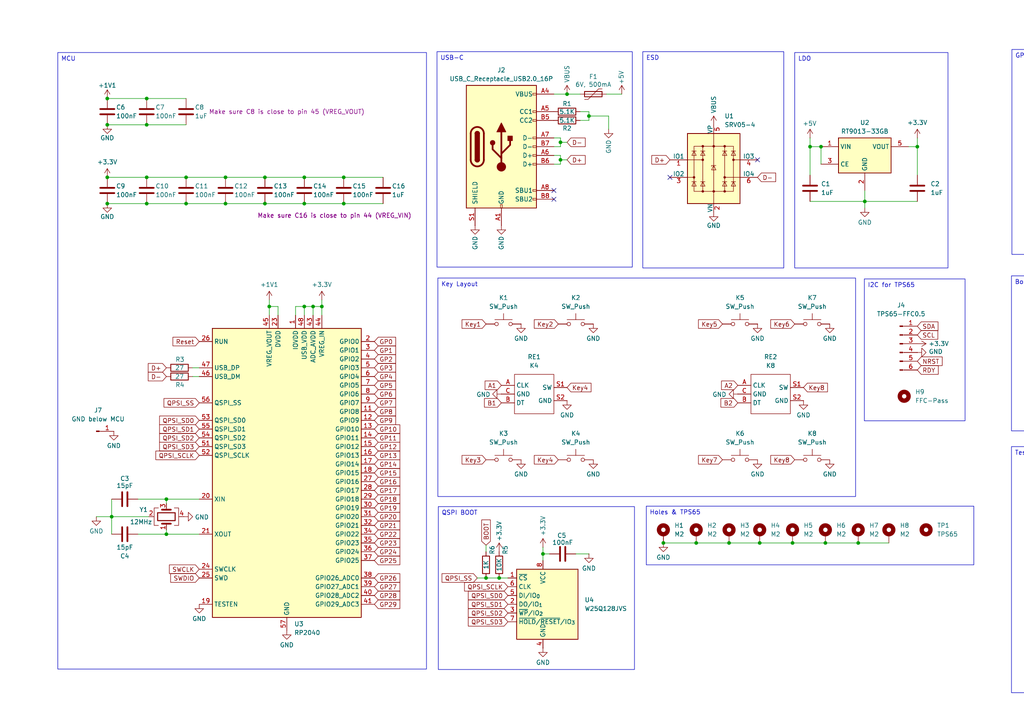
<source format=kicad_sch>
(kicad_sch (version 20250114) (generator "eeschema") (generator_version "9.0")
  (paper "A4")
  (text_box "QSPI BOOT" (at 127.127 146.939 0) (size 56.896 47.244) (margins 0.9525 0.9525 0.9525 0.9525) (effects (font (size 1.27 1.27)) (justify left top)))
  (text_box "I2C for TPS65" (at 250.698 80.899 0) (size 29.21 41.148) (margins 0.9525 0.9525 0.9525 0.9525) (effects (font (size 1.27 1.27)) (justify left top)))
  (text_box "Boot & Reset" (at 293.37 80.01 0) (size 59.436 44.958) (margins 0.9525 0.9525 0.9525 0.9525) (effects (font (size 1.27 1.27)) (justify left top)))
  (text_box "Test point" (at 293.37 129.54 0) (size 111.252 71.374) (margins 0.9525 0.9525 0.9525 0.9525) (effects (font (size 1.27 1.27)) (justify left top)))
  (text_box "Holes & TPS65" (at 187.452 146.812 0) (size 94.996 17.018) (margins 0.9525 0.9525 0.9525 0.9525) (effects (font (size 1.27 1.27)) (justify left top)))
  (text_box "Key Layout" (at 127 80.645 0) (size 121.158 63.373) (margins 0.9525 0.9525 0.9525 0.9525) (effects (font (size 1.27 1.27)) (justify left top)))
  (text_box "GPIO uesd" (at 293.497 14.351 0) (size 45.212 59.436) (margins 0.9525 0.9525 0.9525 0.9525) (effects (font (size 1.27 1.27)) (justify left top)))
  (text_box "ESD" (at 186.436 14.986 0) (size 40.894 62.738) (margins 0.9525 0.9525 0.9525 0.9525) (effects (font (size 1.27 1.27)) (justify left top)))
  (text_box "USB-C" (at 126.746 14.986 0) (size 56.642 62.484) (margins 0.9525 0.9525 0.9525 0.9525) (effects (font (size 1.27 1.27)) (justify left top)))
  (text_box "MCU" (at 16.764 15.24 0) (size 106.934 178.816) (margins 0.9525 0.9525 0.9525 0.9525) (effects (font (size 1.27 1.27)) (justify left top)))
  (text_box "LDO" (at 230.505 15.24 0) (size 44.45 62.484) (margins 0.9525 0.9525 0.9525 0.9525) (effects (font (size 1.27 1.27)) (justify left top)))
  (junction (at 140.97 167.64))
  (junction (at 31.115 36.195))
  (junction (at 65.405 59.055))
  (junction (at 201.93 157.48))
  (junction (at 53.975 59.055))
  (junction (at 48.26 154.94))
  (junction (at 31.115 51.435))
  (junction (at 211.455 157.48))
  (junction (at 88.265 88.9))
  (junction (at 248.92 157.48))
  (junction (at 90.805 88.9))
  (junction (at 42.545 59.055))
  (junction (at 239.395 157.48))
  (junction (at 78.105 88.9))
  (junction (at 192.405 157.48))
  (junction (at 42.545 28.575))
  (junction (at 99.695 59.055))
  (junction (at 250.825 58.42))
  (junction (at 162.56 46.355))
  (junction (at 88.265 51.435))
  (junction (at 170.815 33.655))
  (junction (at 266.065 42.545))
  (junction (at 320.675 97.79))
  (junction (at 31.115 59.055))
  (junction (at 229.87 157.48))
  (junction (at 220.345 157.48))
  (junction (at 234.95 42.545))
  (junction (at 65.405 51.435))
  (junction (at 162.56 41.275))
  (junction (at 381.635 154.305))
  (junction (at 76.835 59.055))
  (junction (at 31.115 28.575))
  (junction (at 48.26 144.78))
  (junction (at 99.695 51.435))
  (junction (at 32.385 149.86))
  (junction (at 53.975 51.435))
  (junction (at 238.125 42.545))
  (junction (at 157.48 160.655))
  (junction (at 164.465 27.305))
  (junction (at 42.545 51.435))
  (junction (at 76.835 51.435))
  (junction (at 42.545 36.195))
  (junction (at 320.675 113.665))
  (junction (at 144.78 167.64))
  (junction (at 93.345 88.9))
  (junction (at 88.265 59.055))
  (no_connect (at 219.71 46.355))
  (no_connect (at 194.31 51.435))
  (no_connect (at 160.655 55.245))
  (no_connect (at 160.655 57.785))
  (wire (pts (xy 162.56 40.005) (xy 162.56 41.275)))
  (wire (pts (xy 318.77 97.79) (xy 320.675 97.79)))
  (wire (pts (xy 76.835 51.435) (xy 88.265 51.435)))
  (wire (pts (xy 378.46 142.24) (xy 381.635 142.24)))
  (wire (pts (xy 220.345 157.48) (xy 211.455 157.48)))
  (wire (pts (xy 76.835 59.055) (xy 88.265 59.055)))
  (wire (pts (xy 27.94 149.86) (xy 32.385 149.86)))
  (wire (pts (xy 239.395 157.48) (xy 229.87 157.48)))
  (wire (pts (xy 320.675 107.95) (xy 320.675 113.665)))
  (wire (pts (xy 53.975 59.055) (xy 65.405 59.055)))
  (wire (pts (xy 31.115 59.055) (xy 42.545 59.055)))
  (wire (pts (xy 176.53 33.655) (xy 170.815 33.655)))
  (wire (pts (xy 162.56 42.545) (xy 160.655 42.545)))
  (wire (pts (xy 88.265 51.435) (xy 99.695 51.435)))
  (wire (pts (xy 266.065 42.545) (xy 266.065 40.005)))
  (wire (pts (xy 170.815 33.655) (xy 170.815 34.925)))
  (wire (pts (xy 78.105 86.995) (xy 78.105 88.9)))
  (wire (pts (xy 167.005 160.655) (xy 170.815 160.655)))
  (wire (pts (xy 80.645 88.9) (xy 78.105 88.9)))
  (wire (pts (xy 381.635 142.24) (xy 381.635 154.305)))
  (wire (pts (xy 250.825 58.42) (xy 266.065 58.42)))
  (wire (pts (xy 138.43 167.64) (xy 140.97 167.64)))
  (wire (pts (xy 48.26 154.94) (xy 57.785 154.94)))
  (wire (pts (xy 31.115 36.195) (xy 42.545 36.195)))
  (wire (pts (xy 162.56 47.625) (xy 160.655 47.625)))
  (wire (pts (xy 48.26 144.78) (xy 57.785 144.78)))
  (wire (pts (xy 42.545 28.575) (xy 53.975 28.575)))
  (wire (pts (xy 162.56 41.275) (xy 162.56 42.545)))
  (wire (pts (xy 31.115 51.435) (xy 42.545 51.435)))
  (wire (pts (xy 320.675 97.79) (xy 320.675 102.87)))
  (wire (pts (xy 160.655 40.005) (xy 162.56 40.005)))
  (wire (pts (xy 90.805 88.9) (xy 88.265 88.9)))
  (wire (pts (xy 157.48 160.655) (xy 159.385 160.655)))
  (wire (pts (xy 160.655 27.305) (xy 164.465 27.305)))
  (wire (pts (xy 162.56 41.275) (xy 164.465 41.275)))
  (wire (pts (xy 53.975 51.435) (xy 65.405 51.435)))
  (wire (pts (xy 164.465 27.305) (xy 168.275 27.305)))
  (wire (pts (xy 31.115 28.575) (xy 42.545 28.575)))
  (wire (pts (xy 266.065 42.545) (xy 266.065 50.8)))
  (wire (pts (xy 318.77 113.665) (xy 320.675 113.665)))
  (wire (pts (xy 32.385 149.86) (xy 32.385 154.94)))
  (wire (pts (xy 250.825 58.42) (xy 250.825 60.325)))
  (wire (pts (xy 88.265 88.9) (xy 85.725 88.9)))
  (wire (pts (xy 239.395 157.48) (xy 248.92 157.48)))
  (wire (pts (xy 65.405 51.435) (xy 76.835 51.435)))
  (wire (pts (xy 78.105 88.9) (xy 78.105 91.44)))
  (wire (pts (xy 176.53 37.465) (xy 176.53 33.655)))
  (wire (pts (xy 42.545 59.055) (xy 53.975 59.055)))
  (wire (pts (xy 314.96 102.87) (xy 320.675 102.87)))
  (wire (pts (xy 157.48 160.655) (xy 157.48 162.56)))
  (wire (pts (xy 157.48 158.75) (xy 157.48 160.655)))
  (wire (pts (xy 88.265 59.055) (xy 99.695 59.055)))
  (wire (pts (xy 80.645 88.9) (xy 80.645 91.44)))
  (wire (pts (xy 140.97 158.115) (xy 140.97 160.02)))
  (wire (pts (xy 93.345 88.9) (xy 93.345 91.44)))
  (wire (pts (xy 302.26 37.465) (xy 317.5 37.465)))
  (wire (pts (xy 234.95 42.545) (xy 238.125 42.545)))
  (wire (pts (xy 40.005 144.78) (xy 48.26 144.78)))
  (wire (pts (xy 99.695 51.435) (xy 111.125 51.435)))
  (wire (pts (xy 99.695 59.055) (xy 111.125 59.055)))
  (wire (pts (xy 144.78 167.64) (xy 147.32 167.64)))
  (wire (pts (xy 93.345 86.995) (xy 93.345 88.9)))
  (wire (pts (xy 378.46 154.305) (xy 381.635 154.305)))
  (wire (pts (xy 55.88 109.22) (xy 57.785 109.22)))
  (wire (pts (xy 32.385 149.86) (xy 43.18 149.86)))
  (wire (pts (xy 40.005 154.94) (xy 48.26 154.94)))
  (wire (pts (xy 234.95 40.005) (xy 234.95 42.545)))
  (wire (pts (xy 88.265 88.9) (xy 88.265 91.44)))
  (wire (pts (xy 384.175 154.305) (xy 381.635 154.305)))
  (wire (pts (xy 234.95 42.545) (xy 234.95 50.8)))
  (wire (pts (xy 220.345 157.48) (xy 229.87 157.48)))
  (wire (pts (xy 85.725 88.9) (xy 85.725 91.44)))
  (wire (pts (xy 238.125 42.545) (xy 238.125 47.625)))
  (wire (pts (xy 65.405 59.055) (xy 76.835 59.055)))
  (wire (pts (xy 302.26 34.925) (xy 317.5 34.925)))
  (wire (pts (xy 93.345 88.9) (xy 90.805 88.9)))
  (wire (pts (xy 234.95 58.42) (xy 250.825 58.42)))
  (wire (pts (xy 42.545 36.195) (xy 53.975 36.195)))
  (wire (pts (xy 170.815 34.925) (xy 168.275 34.925)))
  (wire (pts (xy 90.805 88.9) (xy 90.805 91.44)))
  (wire (pts (xy 48.26 153.67) (xy 48.26 154.94)))
  (wire (pts (xy 42.545 51.435) (xy 53.975 51.435)))
  (wire (pts (xy 248.92 157.48) (xy 257.81 157.48)))
  (wire (pts (xy 55.88 106.68) (xy 57.785 106.68)))
  (wire (pts (xy 168.275 32.385) (xy 170.815 32.385)))
  (wire (pts (xy 162.56 46.355) (xy 164.465 46.355)))
  (wire (pts (xy 162.56 46.355) (xy 162.56 47.625)))
  (wire (pts (xy 175.895 27.305) (xy 180.34 27.305)))
  (wire (pts (xy 381.635 165.1) (xy 381.635 154.305)))
  (wire (pts (xy 160.655 45.085) (xy 162.56 45.085)))
  (wire (pts (xy 170.815 32.385) (xy 170.815 33.655)))
  (wire (pts (xy 263.525 42.545) (xy 266.065 42.545)))
  (wire (pts (xy 48.26 144.78) (xy 48.26 146.05)))
  (wire (pts (xy 140.97 167.64) (xy 144.78 167.64)))
  (wire (pts (xy 314.96 107.95) (xy 320.675 107.95)))
  (wire (pts (xy 201.93 157.48) (xy 211.455 157.48)))
  (wire (pts (xy 32.385 144.78) (xy 32.385 149.86)))
  (wire (pts (xy 192.405 157.48) (xy 201.93 157.48)))
  (wire (pts (xy 378.46 165.1) (xy 381.635 165.1)))
  (wire (pts (xy 162.56 45.085) (xy 162.56 46.355)))
  (wire (pts (xy 250.825 55.245) (xy 250.825 58.42)))
  (global_label "Key5" (shape input) (at 209.55 93.98 180) (property "Intersheetrefs" "${INTERSHEET_REFS}" (effects (hide yes))))
  (global_label "GP22" (shape input) (at 334.01 153.035 0) (property "Intersheetrefs" "${INTERSHEET_REFS}" (effects (hide yes))))
  (global_label "GP14" (shape input) (at 108.585 134.62 0) (property "Intersheetrefs" "${INTERSHEET_REFS}" (effects (hide yes))))
  (global_label "GP22" (shape input) (at 108.585 154.94 0) (property "Intersheetrefs" "${INTERSHEET_REFS}" (effects (hide yes))))
  (global_label "GP29" (shape input) (at 334.01 170.815 0) (property "Intersheetrefs" "${INTERSHEET_REFS}" (effects (hide yes))))
  (global_label "GP10" (shape input) (at 108.585 124.46 0) (property "Intersheetrefs" "${INTERSHEET_REFS}" (effects (hide yes))))
  (global_label "Key4" (shape input) (at 161.925 133.35 180) (property "Intersheetrefs" "${INTERSHEET_REFS}" (effects (hide yes))))
  (global_label "GP17" (shape input) (at 108.585 142.24 0) (property "Intersheetrefs" "${INTERSHEET_REFS}" (effects (hide yes))))
  (global_label "GP29" (shape input) (at 317.5 67.945 180) (property "Intersheetrefs" "${INTERSHEET_REFS}" (effects (hide yes))))
  (global_label "GP8" (shape input) (at 317.5 52.705 180) (property "Intersheetrefs" "${INTERSHEET_REFS}" (effects (hide yes))))
  (global_label "GP17" (shape input) (at 310.515 195.58 0) (property "Intersheetrefs" "${INTERSHEET_REFS}" (effects (hide yes))))
  (global_label "GP3" (shape input) (at 108.585 106.68 0) (property "Intersheetrefs" "${INTERSHEET_REFS}" (effects (hide yes))))
  (global_label "SWCLK" (shape input) (at 334.01 195.58 0) (property "Intersheetrefs" "${INTERSHEET_REFS}" (effects (hide yes))))
  (global_label "GP28" (shape input) (at 334.01 168.275 0) (property "Intersheetrefs" "${INTERSHEET_REFS}" (effects (hide yes))))
  (global_label "RDY" (shape input) (at 317.5 37.465 0) (property "Intersheetrefs" "${INTERSHEET_REFS}" (effects (hide yes))))
  (global_label "QPSI_SD2" (shape input) (at 147.32 177.8 180) (property "Intersheetrefs" "${INTERSHEET_REFS}" (effects (hide yes))))
  (global_label "SWDIO" (shape input) (at 57.785 167.64 180) (property "Intersheetrefs" "${INTERSHEET_REFS}" (effects (hide yes))))
  (global_label "GP5" (shape input) (at 310.515 155.575 0) (property "Intersheetrefs" "${INTERSHEET_REFS}" (effects (hide yes))))
  (global_label "GP27" (shape input) (at 334.01 165.735 0) (property "Intersheetrefs" "${INTERSHEET_REFS}" (effects (hide yes))))
  (global_label "GP21" (shape input) (at 108.585 152.4 0) (property "Intersheetrefs" "${INTERSHEET_REFS}" (effects (hide yes))))
  (global_label "QPSI_SCLK" (shape input) (at 147.32 170.18 180) (property "Intersheetrefs" "${INTERSHEET_REFS}" (effects (hide yes))))
  (global_label "D-" (shape input) (at 48.26 109.22 180) (property "Intersheetrefs" "${INTERSHEET_REFS}" (effects (hide yes))))
  (global_label "GP1" (shape input) (at 108.585 101.6 0) (property "Intersheetrefs" "${INTERSHEET_REFS}" (effects (hide yes))))
  (global_label "GP13" (shape input) (at 302.26 27.305 90) (property "Intersheetrefs" "${INTERSHEET_REFS}" (effects (hide yes))))
  (global_label "QPSI_SCLK" (shape input) (at 57.785 132.08 180) (property "Intersheetrefs" "${INTERSHEET_REFS}" (effects (hide yes))))
  (global_label "GP25" (shape input) (at 108.585 162.56 0) (property "Intersheetrefs" "${INTERSHEET_REFS}" (effects (hide yes))))
  (global_label "GP24" (shape input) (at 108.585 160.02 0) (property "Intersheetrefs" "${INTERSHEET_REFS}" (effects (hide yes))))
  (global_label "GP19" (shape input) (at 108.585 147.32 0) (property "Intersheetrefs" "${INTERSHEET_REFS}" (effects (hide yes))))
  (global_label "NRST" (shape input) (at 317.5 34.925 0) (property "Intersheetrefs" "${INTERSHEET_REFS}" (effects (hide yes))))
  (global_label "GP25" (shape input) (at 317.5 60.325 180) (property "Intersheetrefs" "${INTERSHEET_REFS}" (effects (hide yes))))
  (global_label "Key3" (shape input) (at 140.97 133.35 180) (property "Intersheetrefs" "${INTERSHEET_REFS}" (effects (hide yes))))
  (global_label "QPSI_SD0" (shape input) (at 57.785 121.92 180) (property "Intersheetrefs" "${INTERSHEET_REFS}" (effects (hide yes))))
  (global_label "Key3" (shape input) (at 317.5 57.785 0) (property "Intersheetrefs" "${INTERSHEET_REFS}" (effects (hide yes))))
  (global_label "GP15" (shape input) (at 317.5 32.385 180) (property "Intersheetrefs" "${INTERSHEET_REFS}" (effects (hide yes))))
  (global_label "D+" (shape input) (at 194.31 46.355 180) (property "Intersheetrefs" "${INTERSHEET_REFS}" (effects (hide yes))))
  (global_label "SDA" (shape input) (at 266.065 94.615 0) (property "Intersheetrefs" "${INTERSHEET_REFS}" (effects (hide yes))))
  (global_label "GP10" (shape input) (at 310.515 168.275 0) (property "Intersheetrefs" "${INTERSHEET_REFS}" (effects (hide yes))))
  (global_label "STATE_LED" (shape input) (at 317.5 27.305 0) (property "Intersheetrefs" "${INTERSHEET_REFS}" (effects (hide yes))))
  (global_label "QPSI_SS" (shape input) (at 57.785 116.84 180) (property "Intersheetrefs" "${INTERSHEET_REFS}" (effects (hide yes))))
  (global_label "GP24" (shape input) (at 334.01 158.115 0) (property "Intersheetrefs" "${INTERSHEET_REFS}" (effects (hide yes))))
  (global_label "QPSI_SD2" (shape input) (at 57.785 127 180) (property "Intersheetrefs" "${INTERSHEET_REFS}" (effects (hide yes))))
  (global_label "GP1" (shape input) (at 310.515 145.415 0) (property "Intersheetrefs" "${INTERSHEET_REFS}" (effects (hide yes))))
  (global_label "GP18" (shape input) (at 334.01 142.875 0) (property "Intersheetrefs" "${INTERSHEET_REFS}" (effects (hide yes))))
  (global_label "GP23" (shape input) (at 108.585 157.48 0) (property "Intersheetrefs" "${INTERSHEET_REFS}" (effects (hide yes))))
  (global_label "A1" (shape input) (at 317.5 65.405 0) (property "Intersheetrefs" "${INTERSHEET_REFS}" (effects (hide yes))))
  (global_label "Key4" (shape input) (at 164.465 112.395 0) (property "Intersheetrefs" "${INTERSHEET_REFS}" (effects (hide yes))))
  (global_label "Key4" (shape input) (at 317.5 55.245 0) (property "Intersheetrefs" "${INTERSHEET_REFS}" (effects (hide yes))))
  (global_label "A2" (shape input) (at 317.5 45.085 0) (property "Intersheetrefs" "${INTERSHEET_REFS}" (effects (hide yes))))
  (global_label "GP26" (shape input) (at 108.585 167.64 0) (property "Intersheetrefs" "${INTERSHEET_REFS}" (effects (hide yes))))
  (global_label "B2" (shape input) (at 213.995 116.84 180) (property "Intersheetrefs" "${INTERSHEET_REFS}" (effects (hide yes))))
  (global_label "Key8" (shape input) (at 230.505 133.35 180) (property "Intersheetrefs" "${INTERSHEET_REFS}" (effects (hide yes))))
  (global_label "Key7" (shape input) (at 317.5 52.705 0) (property "Intersheetrefs" "${INTERSHEET_REFS}" (effects (hide yes))))
  (global_label "GP0" (shape input) (at 108.585 99.06 0) (property "Intersheetrefs" "${INTERSHEET_REFS}" (effects (hide yes))))
  (global_label "B2" (shape input) (at 317.5 42.545 0) (property "Intersheetrefs" "${INTERSHEET_REFS}" (effects (hide yes))))
  (global_label "GP15" (shape input) (at 108.585 137.16 0) (property "Intersheetrefs" "${INTERSHEET_REFS}" (effects (hide yes))))
  (global_label "SCL" (shape input) (at 266.065 97.155 0) (property "Intersheetrefs" "${INTERSHEET_REFS}" (effects (hide yes))))
  (global_label "GP9" (shape input) (at 317.5 50.165 180) (property "Intersheetrefs" "${INTERSHEET_REFS}" (effects (hide yes))))
  (global_label "GP8" (shape input) (at 310.515 163.195 0) (property "Intersheetrefs" "${INTERSHEET_REFS}" (effects (hide yes))))
  (global_label "GP5" (shape input) (at 108.585 111.76 0) (property "Intersheetrefs" "${INTERSHEET_REFS}" (effects (hide yes))))
  (global_label "QPSI_SS" (shape input) (at 138.43 167.64 180) (property "Intersheetrefs" "${INTERSHEET_REFS}" (effects (hide yes))))
  (global_label "Key1" (shape input) (at 317.5 60.325 0) (property "Intersheetrefs" "${INTERSHEET_REFS}" (effects (hide yes))))
  (global_label "GP3" (shape input) (at 310.515 150.495 0) (property "Intersheetrefs" "${INTERSHEET_REFS}" (effects (hide yes))))
  (global_label "GP6" (shape input) (at 108.585 114.3 0) (property "Intersheetrefs" "${INTERSHEET_REFS}" (effects (hide yes))))
  (global_label "GP23" (shape input) (at 334.01 155.575 0) (property "Intersheetrefs" "${INTERSHEET_REFS}" (effects (hide yes))))
  (global_label "GP12" (shape input) (at 302.26 45.085 270) (property "Intersheetrefs" "${INTERSHEET_REFS}" (effects (hide yes))))
  (global_label "GP27" (shape input) (at 108.585 170.18 0) (property "Intersheetrefs" "${INTERSHEET_REFS}" (effects (hide yes))))
  (global_label "A1" (shape input) (at 145.415 111.76 180) (property "Intersheetrefs" "${INTERSHEET_REFS}" (effects (hide yes))))
  (global_label "GP4" (shape input) (at 317.5 47.625 180) (property "Intersheetrefs" "${INTERSHEET_REFS}" (effects (hide yes))))
  (global_label "GP18" (shape input) (at 317.5 55.245 180) (property "Intersheetrefs" "${INTERSHEET_REFS}" (effects (hide yes))))
  (global_label "GP8" (shape input) (at 108.585 119.38 0) (property "Intersheetrefs" "${INTERSHEET_REFS}" (effects (hide yes))))
  (global_label "GP16" (shape input) (at 310.515 193.04 0) (property "Intersheetrefs" "${INTERSHEET_REFS}" (effects (hide yes))))
  (global_label "GP28" (shape input) (at 108.585 172.72 0) (property "Intersheetrefs" "${INTERSHEET_REFS}" (effects (hide yes))))
  (global_label "D+" (shape input) (at 48.26 106.68 180) (property "Intersheetrefs" "${INTERSHEET_REFS}" (effects (hide yes))))
  (global_label "GP12" (shape input) (at 310.515 182.88 0) (property "Intersheetrefs" "${INTERSHEET_REFS}" (effects (hide yes))))
  (global_label "Key8" (shape input) (at 233.045 112.395 0) (property "Intersheetrefs" "${INTERSHEET_REFS}" (effects (hide yes))))
  (global_label "Key6" (shape input) (at 230.505 93.98 180) (property "Intersheetrefs" "${INTERSHEET_REFS}" (effects (hide yes))))
  (global_label "GP7" (shape input) (at 108.585 116.84 0) (property "Intersheetrefs" "${INTERSHEET_REFS}" (effects (hide yes))))
  (global_label "Key2" (shape input) (at 161.925 93.98 180) (property "Intersheetrefs" "${INTERSHEET_REFS}" (effects (hide yes))))
  (global_label "GP11" (shape input) (at 108.585 127 0) (property "Intersheetrefs" "${INTERSHEET_REFS}" (effects (hide yes))))
  (global_label "GP12" (shape input) (at 108.585 129.54 0) (property "Intersheetrefs" "${INTERSHEET_REFS}" (effects (hide yes))))
  (global_label "QPSI_SD1" (shape input) (at 147.32 175.26 180) (property "Intersheetrefs" "${INTERSHEET_REFS}" (effects (hide yes))))
  (global_label "GP18" (shape input) (at 108.585 144.78 0) (property "Intersheetrefs" "${INTERSHEET_REFS}" (effects (hide yes))))
  (global_label "QPSI_SD0" (shape input) (at 147.32 172.72 180) (property "Intersheetrefs" "${INTERSHEET_REFS}" (effects (hide yes))))
  (global_label "GP15" (shape input) (at 310.515 190.5 0) (property "Intersheetrefs" "${INTERSHEET_REFS}" (effects (hide yes))))
  (global_label "GP1" (shape input) (at 317.5 42.545 180) (property "Intersheetrefs" "${INTERSHEET_REFS}" (effects (hide yes))))
  (global_label "Key1" (shape input) (at 140.97 93.98 180) (property "Intersheetrefs" "${INTERSHEET_REFS}" (effects (hide yes))))
  (global_label "GP13" (shape input) (at 108.585 132.08 0) (property "Intersheetrefs" "${INTERSHEET_REFS}" (effects (hide yes))))
  (global_label "D-" (shape input) (at 164.465 41.275 0) (property "Intersheetrefs" "${INTERSHEET_REFS}" (effects (hide yes))))
  (global_label "BOOT" (shape input) (at 318.77 113.665 180) (property "Intersheetrefs" "${INTERSHEET_REFS}" (effects (hide yes))))
  (global_label "GP14" (shape input) (at 310.515 187.96 0) (property "Intersheetrefs" "${INTERSHEET_REFS}" (effects (hide yes))))
  (global_label "QPSI_SD1" (shape input) (at 57.785 124.46 180) (property "Intersheetrefs" "${INTERSHEET_REFS}" (effects (hide yes))))
  (global_label "GP29" (shape input) (at 108.585 175.26 0) (property "Intersheetrefs" "${INTERSHEET_REFS}" (effects (hide yes))))
  (global_label "GP16" (shape input) (at 108.585 139.7 0) (property "Intersheetrefs" "${INTERSHEET_REFS}" (effects (hide yes))))
  (global_label "GP2" (shape input) (at 108.585 104.14 0) (property "Intersheetrefs" "${INTERSHEET_REFS}" (effects (hide yes))))
  (global_label "GP19" (shape input) (at 334.01 145.415 0) (property "Intersheetrefs" "${INTERSHEET_REFS}" (effects (hide yes))))
  (global_label "GP2" (shape input) (at 310.515 147.955 0) (property "Intersheetrefs" "${INTERSHEET_REFS}" (effects (hide yes))))
  (global_label "GP21" (shape input) (at 334.01 150.495 0) (property "Intersheetrefs" "${INTERSHEET_REFS}" (effects (hide yes))))
  (global_label "B1" (shape input) (at 145.415 116.84 180) (property "Intersheetrefs" "${INTERSHEET_REFS}" (effects (hide yes))))
  (global_label "BOOT" (shape input) (at 140.97 158.115 90) (property "Intersheetrefs" "${INTERSHEET_REFS}" (effects (hide yes))))
  (global_label "SCL" (shape input) (at 317.5 32.385 0) (property "Intersheetrefs" "${INTERSHEET_REFS}" (effects (hide yes))))
  (global_label "Key7" (shape input) (at 209.55 133.35 180) (property "Intersheetrefs" "${INTERSHEET_REFS}" (effects (hide yes))))
  (global_label "D+" (shape input) (at 377.825 191.135 270) (property "Intersheetrefs" "${INTERSHEET_REFS}" (effects (hide yes))))
  (global_label "GP3" (shape input) (at 317.5 45.085 180) (property "Intersheetrefs" "${INTERSHEET_REFS}" (effects (hide yes))))
  (global_label "GP25" (shape input) (at 334.01 160.655 0) (property "Intersheetrefs" "${INTERSHEET_REFS}" (effects (hide yes))))
  (global_label "SDA" (shape input) (at 317.5 29.845 0) (property "Intersheetrefs" "${INTERSHEET_REFS}" (effects (hide yes))))
  (global_label "Key8" (shape input) (at 317.5 50.165 0) (property "Intersheetrefs" "${INTERSHEET_REFS}" (effects (hide yes))))
  (global_label "GP19" (shape input) (at 317.5 57.785 180) (property "Intersheetrefs" "${INTERSHEET_REFS}" (effects (hide yes))))
  (global_label "NRST" (shape input) (at 266.065 104.775 0) (property "Intersheetrefs" "${INTERSHEET_REFS}" (effects (hide yes))))
  (global_label "GP4" (shape input) (at 108.585 109.22 0) (property "Intersheetrefs" "${INTERSHEET_REFS}" (effects (hide yes))))
  (global_label "GP28" (shape input) (at 317.5 65.405 180) (property "Intersheetrefs" "${INTERSHEET_REFS}" (effects (hide yes))))
  (global_label "GP9" (shape input) (at 310.515 165.735 0) (property "Intersheetrefs" "${INTERSHEET_REFS}" (effects (hide yes))))
  (global_label "GP6" (shape input) (at 310.515 158.115 0) (property "Intersheetrefs" "${INTERSHEET_REFS}" (effects (hide yes))))
  (global_label "GP14" (shape input) (at 317.5 29.845 180) (property "Intersheetrefs" "${INTERSHEET_REFS}" (effects (hide yes))))
  (global_label "GP13" (shape input) (at 310.515 185.42 0) (property "Intersheetrefs" "${INTERSHEET_REFS}" (effects (hide yes))))
  (global_label "Key5" (shape input) (at 317.5 40.005 0) (property "Intersheetrefs" "${INTERSHEET_REFS}" (effects (hide yes))))
  (global_label "RDY" (shape input) (at 266.065 107.315 0) (property "Intersheetrefs" "${INTERSHEET_REFS}" (effects (hide yes))))
  (global_label "STATE_LED" (shape input) (at 363.22 142.24 180) (property "Intersheetrefs" "${INTERSHEET_REFS}" (effects (hide yes))))
  (global_label "GP11" (shape input) (at 310.515 170.815 0) (property "Intersheetrefs" "${INTERSHEET_REFS}" (effects (hide yes))))
  (global_label "SWCLK" (shape input) (at 57.785 165.1 180) (property "Intersheetrefs" "${INTERSHEET_REFS}" (effects (hide yes))))
  (global_label "GP7" (shape input) (at 310.515 160.655 0) (property "Intersheetrefs" "${INTERSHEET_REFS}" (effects (hide yes))))
  (global_label "B1" (shape input) (at 317.5 62.865 0) (property "Intersheetrefs" "${INTERSHEET_REFS}" (effects (hide yes))))
  (global_label "GP0" (shape input) (at 310.515 142.875 0) (property "Intersheetrefs" "${INTERSHEET_REFS}" (effects (hide yes))))
  (global_label "GP4" (shape input) (at 310.515 153.035 0) (property "Intersheetrefs" "${INTERSHEET_REFS}" (effects (hide yes))))
  (global_label "GP2" (shape input) (at 317.5 27.305 180) (property "Intersheetrefs" "${INTERSHEET_REFS}" (effects (hide yes))))
  (global_label "A2" (shape input) (at 213.995 111.76 180) (property "Intersheetrefs" "${INTERSHEET_REFS}" (effects (hide yes))))
  (global_label "Key6" (shape input) (at 317.5 47.625 0) (property "Intersheetrefs" "${INTERSHEET_REFS}" (effects (hide yes))))
  (global_label "SWDIO" (shape input) (at 334.01 190.5 0) (property "Intersheetrefs" "${INTERSHEET_REFS}" (effects (hide yes))))
  (global_label "QPSI_SD3" (shape input) (at 147.32 180.34 180) (property "Intersheetrefs" "${INTERSHEET_REFS}" (effects (hide yes))))
  (global_label "Reset" (shape input) (at 318.77 97.79 180) (property "Intersheetrefs" "${INTERSHEET_REFS}" (effects (hide yes))))
  (global_label "Key2" (shape input) (at 317.5 67.945 0) (property "Intersheetrefs" "${INTERSHEET_REFS}" (effects (hide yes))))
  (global_label "GP27" (shape input) (at 317.5 62.865 180) (property "Intersheetrefs" "${INTERSHEET_REFS}" (effects (hide yes))))
  (global_label "D-" (shape input) (at 387.35 191.135 270) (property "Intersheetrefs" "${INTERSHEET_REFS}" (effects (hide yes))))
  (global_label "GP26" (shape input) (at 334.01 163.195 0) (property "Intersheetrefs" "${INTERSHEET_REFS}" (effects (hide yes))))
  (global_label "QPSI_SD3" (shape input) (at 57.785 129.54 180) (property "Intersheetrefs" "${INTERSHEET_REFS}" (effects (hide yes))))
  (global_label "Reset" (shape input) (at 57.785 99.06 180) (property "Intersheetrefs" "${INTERSHEET_REFS}" (effects (hide yes))))
  (global_label "D+" (shape input) (at 164.465 46.355 0) (property "Intersheetrefs" "${INTERSHEET_REFS}" (effects (hide yes))))
  (global_label "GP0" (shape input) (at 317.5 40.005 180) (property "Intersheetrefs" "${INTERSHEET_REFS}" (effects (hide yes))))
  (global_label "D-" (shape input) (at 219.71 51.435 0) (property "Intersheetrefs" "${INTERSHEET_REFS}" (effects (hide yes))))
  (global_label "GP20" (shape input) (at 108.585 149.86 0) (property "Intersheetrefs" "${INTERSHEET_REFS}" (effects (hide yes))))
  (global_label "GP20" (shape input) (at 334.01 147.955 0) (property "Intersheetrefs" "${INTERSHEET_REFS}" (effects (hide yes))))
  (global_label "GP9" (shape input) (at 108.585 121.92 0) (property "Intersheetrefs" "${INTERSHEET_REFS}" (effects (hide yes))))
  (symbol (lib_id "Device:C") (at 31.115 55.245 0) (unit 1)
    (property "Reference" "C9" (at 33.655 53.975 0) (effects (justify left)))
    (property "Value" "100nF" (at 33.655 56.515 0) (effects (justify left)))
    (property "Footprint" "Resistor_SMD:R_0603_1608Metric" (effects (hide yes)))
    (property "MFR. Part #" "CL05B104KB54PNC " (effects (hide yes)))
  )
  (symbol (lib_id "Device:C") (at 36.195 154.94 270) (unit 1)
    (property "Reference" "C4" (at 36.195 161.29 90))
    (property "Value" "15pF" (at 36.195 158.75 90))
    (property "Footprint" "Resistor_SMD:R_0603_1608Metric" (effects (hide yes)))
    (property "Description" "Unpolarized capacitor" (effects (hide yes)))
  )
  (symbol (lib_id "MCU_RaspberryPi:RP2040") (at 83.185 137.16 0) (unit 1)
    (property "Reference" "U3" (at 85.3283 180.975 0) (effects (justify left)))
    (property "Value" "RP2040" (at 85.3283 183.515 0) (effects (justify left)))
    (property "Footprint" "Package_DFN_QFN:QFN-56-1EP_7x7mm_P0.4mm_EP3.2x3.2mm" (effects (hide yes)))
    (property "Datasheet" "https://datasheets.raspberrypi.com/rp2040/rp2040-datasheet.pdf" (effects (hide yes)))
    (property "Description" "A microcontroller by Raspberry Pi" (effects (hide yes)))
    (property "LCSC" "C2040" (effects (hide yes)))
  )
  (symbol (lib_id "Device:R") (at 52.07 106.68 270) (unit 1)
    (property "Reference" "R3" (at 52.197 104.267 90))
    (property "Value" "27" (at 52.07 106.68 90))
    (property "Footprint" "Resistor_SMD:R_0603_1608Metric" (effects (hide yes)))
    (property "Description" "Resistor" (effects (hide yes)))
  )
  (symbol (lib_id "Device:Polyfuse") (at 172.085 27.305 90) (unit 1)
    (property "Reference" "F1" (at 172.085 22.225 90))
    (property "Value" "6V, 500mA" (at 172.085 24.511 90))
    (property "Footprint" "Capacitor_SMD:C_0805_2012Metric_Pad1.18x1.45mm_HandSolder" (effects (hide yes)))
    (property "Description" "Resettable fuse, polymeric positive temperature coefficient" (effects (hide yes)))
    (property "LCSC" "C269104" (effects (hide yes)))
  )
  (symbol (lib_id "Connector:USB_C_Receptacle_USB2.0_16P") (at 145.415 42.545 0) (unit 1)
    (property "Reference" "J2" (at 145.415 20.32 0))
    (property "Value" "USB_C_Receptacle_USB2.0_16P" (at 145.415 22.86 0))
    (property "Footprint" "Connector_USB:USB_C_Receptacle_G-Switch_GT-USB-7010ASV" (effects (hide yes)))
    (property "Datasheet" "https://www.usb.org/sites/default/files/documents/usb_type-c.zip" (effects (hide yes)))
    (property "Description" "USB 2.0-only 16P Type-C Receptacle connector" (effects (hide yes)))
  )
  (symbol (lib_id "Connector:TestPoint") (at 387.35 191.135 0) (unit 1)
    (property "Reference" "TP3" (at 389.89 186.5629 0) (effects (justify left)))
    (property "Value" "D-" (at 389.89 189.1029 0) (effects (justify left)))
    (property "Footprint" "TestPoint:TestPoint_Pad_2.5x2.5mm" (effects (hide yes)))
    (property "Description" "test point" (effects (hide yes)))
  )
  (symbol (lib_id "Device:C") (at 266.065 54.61 0) (unit 1)
    (property "Reference" "C2" (at 269.875 53.3399 0) (effects (justify left)))
    (property "Value" "1uF" (at 269.875 55.8799 0) (effects (justify left)))
    (property "Footprint" "Resistor_SMD:R_0603_1608Metric" (effects (hide yes)))
    (property "Description" "Unpolarized capacitor" (effects (hide yes)))
  )
  (symbol (lib_id "Switch:SW_Push") (at 167.005 93.98 0) (unit 1)
    (property "Reference" "K2" (at 167.005 86.36 0))
    (property "Value" "SW_Push" (at 167.005 88.9 0))
    (property "Footprint" "DreaM117er-keebLibrary:SW_Choc_GLP_KLP12_THT2" (effects (hide yes)))
    (property "Description" "Push button switch, generic, two pins" (effects (hide yes)))
  )
  (symbol (lib_id "Switch:SW_Push") (at 235.585 133.35 0) (unit 1)
    (property "Reference" "K8" (at 235.585 125.73 0))
    (property "Value" "SW_Push" (at 235.585 128.27 0))
    (property "Footprint" "DreaM117er-keebLibrary:SW_Choc_GLP_KLP12_THT2" (effects (hide yes)))
    (property "Description" "Push button switch, generic, two pins" (effects (hide yes)))
  )
  (symbol (lib_id "Jumper:SolderJumper_2_Open") (at 302.26 41.275 90) (unit 1)
    (property "Reference" "SB3" (at 299.72 42.5451 0) (effects (justify left)))
    (property "Value" "jumper" (at 305.308 42.291 0) (effects (justify left)))
    (property "Footprint" "Jumper:SolderJumper-2_P1.3mm_Open_TrianglePad1.0x1.5mm" (effects (hide yes)))
  )
  (symbol (lib_id "DreaM117er_Library:RotaryEncoder_EC-11") (at 223.52 114.3 0) (unit 1)
    (property "Reference" "RE2" (at 223.52 103.505 0))
    (property "Value" "K8" (at 223.52 106.045 0))
    (property "Footprint" "DreaM117er-keebLibrary:RotaryEncoder_EC11" (effects (hide yes)))
  )
  (symbol (lib_id "Switch:SW_Push") (at 325.755 113.665 180) (unit 1)
    (property "Reference" "SW1" (at 330.454 111.887 0) (effects (justify left)))
    (property "Value" "BOOT" (effects (hide yes)))
    (property "Footprint" "Button_Switch_SMD:SW_SPST_TL3342" (effects (hide yes)))
    (property "Description" "Push button switch, generic, two pins" (effects (hide yes)))
  )
  (symbol (lib_id "power:GND") (at 57.785 175.26 0) (unit 1)
    (property "Reference" "#PWR014" (effects (hide yes)))
    (property "Value" "GND" (at 57.785 179.451 0))
    (property "Description" "Power symbol creates a global label with name \"GND\" , ground" (effects (hide yes)))
  )
  (symbol (lib_id "DreaM117er_Library:RotaryEncoder_EC-11") (at 154.94 114.3 0) (unit 1)
    (property "Reference" "RE1" (at 154.94 103.505 0))
    (property "Value" "K4" (at 154.94 106.045 0))
    (property "Footprint" "DreaM117er-keebLibrary:RotaryEncoder_EC11" (effects (hide yes)))
  )
  (symbol (lib_id "Device:R") (at 367.03 142.24 90) (mirror x) (unit 1)
    (property "Reference" "R8" (at 365.76 139.7 90) (effects (justify right)))
    (property "Value" "470" (at 365.125 142.367 90) (effects (justify right)))
    (property "Footprint" "Resistor_SMD:R_0603_1608Metric" (effects (hide yes)))
    (property "MFR. Part #" "0402WGF1001TCE " (effects (hide yes)))
  )
  (symbol (lib_id "power:GND") (at 53.34 149.86 90) (unit 1)
    (property "Reference" "#PWR017" (effects (hide yes)))
    (property "Value" "GND" (at 58.547 149.987 90))
    (property "Description" "Power symbol creates a global label with name \"GND\" , ground" (effects (hide yes)))
  )
  (symbol (lib_id "power:+5V") (at 363.22 154.305 90) (unit 1)
    (property "Reference" "#PWR038" (effects (hide yes)))
    (property "Value" "+5V" (at 360.426 154.432 90) (effects (justify left)))
    (property "Description" "Power symbol creates a global label with name \"+5V\"" (effects (hide yes)))
  )
  (symbol (lib_id "Mechanical:MountingHole_Pad") (at 201.93 154.94 0) (unit 1) (in_bom no)
    (property "Reference" "H2" (at 205.105 152.3999 0) (effects (justify left)))
    (property "Value" "M2" (at 205.105 154.9399 0) (effects (justify left)))
    (property "Footprint" "MountingHole:MountingHole_2.2mm_M2_DIN965_Pad" (effects (hide yes)))
    (property "Description" "Mounting Hole with connection" (effects (hide yes)))
  )
  (symbol (lib_id "power:GND") (at 391.795 154.305 90) (unit 1)
    (property "Reference" "#PWR037" (effects (hide yes)))
    (property "Value" "GND" (at 395.605 154.305 0))
  )
  (symbol (lib_id "Device:C") (at 53.975 55.245 0) (unit 1)
    (property "Reference" "C11" (at 56.515 53.975 0) (effects (justify left)))
    (property "Value" "100nF" (at 56.515 56.515 0) (effects (justify left)))
    (property "Footprint" "Resistor_SMD:R_0603_1608Metric" (effects (hide yes)))
    (property "MFR. Part #" "CL05B104KB54PNC " (effects (hide yes)))
  )
  (symbol (lib_id "power:+3.3V") (at 157.48 158.75 0) (unit 1)
    (property "Reference" "#PWR021" (effects (hide yes)))
    (property "Value" "+3.3V" (at 157.48 152.527 90))
    (property "Description" "Power symbol creates a global label with name \"+3.3V\"" (effects (hide yes)))
  )
  (symbol (lib_id "Device:Crystal_GND24") (at 48.26 149.86 90) (unit 1)
    (property "Reference" "Y1" (at 41.656 147.828 90))
    (property "Value" "12MHz" (at 40.894 151.384 90))
    (property "Footprint" "Crystal:Crystal_SMD_3225-4Pin_3.2x2.5mm" (effects (hide yes)))
    (property "Description" "Four pin crystal, GND on pins 2 and 4" (effects (hide yes)))
    (property "LCSC" "C9002" (effects (hide yes)))
  )
  (symbol (lib_id "Mechanical:MountingHole_Pad") (at 229.87 154.94 0) (unit 1) (in_bom no)
    (property "Reference" "H5" (at 233.045 152.3999 0) (effects (justify left)))
    (property "Value" "M2" (at 233.045 154.9399 0) (effects (justify left)))
    (property "Footprint" "MountingHole:MountingHole_2.2mm_M2_DIN965_Pad" (effects (hide yes)))
    (property "Description" "Mounting Hole with connection" (effects (hide yes)))
  )
  (symbol (lib_id "Mechanical:MountingHole_Pad") (at 211.455 154.94 0) (unit 1) (in_bom no)
    (property "Reference" "H3" (at 214.63 152.3999 0) (effects (justify left)))
    (property "Value" "M2" (at 214.63 154.9399 0) (effects (justify left)))
    (property "Footprint" "MountingHole:MountingHole_2.2mm_M2_DIN965_Pad" (effects (hide yes)))
    (property "Description" "Mounting Hole with connection" (effects (hide yes)))
  )
  (symbol (lib_id "power:GND") (at 250.825 60.325 0) (unit 1)
    (property "Reference" "#PWR012" (effects (hide yes)))
    (property "Value" "GND" (at 250.825 64.516 0))
    (property "Description" "Power symbol creates a global label with name \"GND\" , ground" (effects (hide yes)))
  )
  (symbol (lib_id "Mechanical:MountingHole") (at 262.255 114.935 0) (unit 1) (in_bom no)
    (property "Reference" "H9" (at 265.43 113.6649 0) (effects (justify left)))
    (property "Value" "FFC-Pass" (at 265.43 116.2049 0) (effects (justify left)))
    (property "Footprint" "MountingHole:MountingHole_2.2mm_M2" (effects (hide yes)))
    (property "Description" "Mounting Hole without connection" (effects (hide yes)))
  )
  (symbol (lib_id "power:GND") (at 330.835 113.665 90) (unit 1)
    (property "Reference" "#PWR025" (effects (hide yes)))
    (property "Value" "GND" (at 335.026 113.665 0))
    (property "Description" "Power symbol creates a global label with name \"GND\" , ground" (effects (hide yes)))
  )
  (symbol (lib_id "Mechanical:MountingHole_Pad") (at 220.345 154.94 0) (unit 1) (in_bom no)
    (property "Reference" "H4" (at 223.52 152.3999 0) (effects (justify left)))
    (property "Value" "M2" (at 223.52 154.9399 0) (effects (justify left)))
    (property "Footprint" "MountingHole:MountingHole_2.2mm_M2_DIN965_Pad" (effects (hide yes)))
    (property "Description" "Mounting Hole with connection" (effects (hide yes)))
  )
  (symbol (lib_id "Switch:SW_Push") (at 214.63 93.98 0) (unit 1)
    (property "Reference" "K5" (at 214.63 86.36 0))
    (property "Value" "SW_Push" (at 214.63 88.9 0))
    (property "Footprint" "DreaM117er-keebLibrary:SW_Choc_GLP_KLP12_THT2" (effects (hide yes)))
    (property "Description" "Push button switch, generic, two pins" (effects (hide yes)))
  )
  (symbol (lib_id "power:GND") (at 334.01 193.04 90) (unit 1)
    (property "Reference" "#PWR045" (effects (hide yes)))
    (property "Value" "GND" (at 339.217 193.04 90))
    (property "Description" "Power symbol creates a global label with name \"GND\" , ground" (effects (hide yes)))
  )
  (symbol (lib_id "Device:C") (at 111.125 55.245 0) (unit 1)
    (property "Reference" "C16" (at 113.665 53.975 0) (effects (justify left)))
    (property "Value" "1uF" (at 113.665 56.515 0) (effects (justify left)))
    (property "Footprint" "Resistor_SMD:R_0603_1608Metric" (effects (hide yes)))
    (property "MFR. Part #" "CL05A105KA5NQNC" (effects (hide yes)))
    (property "Note" "Make sure ${REFERENCE} is close to pin 44 (VREG_VIN)" (at 97.028 62.484 0))
  )
  (symbol (lib_id "power:GND") (at 172.085 93.98 0) (unit 1)
    (property "Reference" "#PWR026" (effects (hide yes)))
    (property "Value" "GND" (at 172.085 98.171 0))
    (property "Description" "Power symbol creates a global label with name \"GND\" , ground" (effects (hide yes)))
  )
  (symbol (lib_id "power:VBUS") (at 334.01 187.96 270) (unit 1)
    (property "Reference" "#PWR047" (effects (hide yes)))
    (property "Value" "VBUS" (at 339.852 187.96 90))
    (property "Description" "Power symbol creates a global label with name \"VBUS\"" (effects (hide yes)))
  )
  (symbol (lib_id "Device:C") (at 99.695 55.245 0) (unit 1)
    (property "Reference" "C15" (at 102.235 53.975 0) (effects (justify left)))
    (property "Value" "100nF" (at 102.235 56.515 0) (effects (justify left)))
    (property "Footprint" "Resistor_SMD:R_0603_1608Metric" (effects (hide yes)))
    (property "MFR. Part #" "CL05B104KB54PNC " (effects (hide yes)))
  )
  (symbol (lib_id "power:GND") (at 31.115 36.195 0) (unit 1)
    (property "Reference" "#PWR030" (effects (hide yes)))
    (property "Value" "GND" (at 31.115 40.005 0))
  )
  (symbol (lib_id "power:VBUS") (at 207.01 36.195 0) (unit 1)
    (property "Reference" "#PWR048" (effects (hide yes)))
    (property "Value" "VBUS" (at 207.01 30.353 90))
    (property "Description" "Power symbol creates a global label with name \"VBUS\"" (effects (hide yes)))
  )
  (symbol (lib_id "Device:R") (at 320.675 93.98 180) (unit 1)
    (property "Reference" "R7" (at 323.596 94.107 0))
    (property "Value" "10K" (at 320.675 93.98 90))
    (property "Footprint" "Resistor_SMD:R_0603_1608Metric" (effects (hide yes)))
    (property "Description" "Resistor" (effects (hide yes)))
  )
  (symbol (lib_id "power:GND") (at 137.795 65.405 0) (unit 1)
    (property "Reference" "#PWR03" (effects (hide yes)))
    (property "Value" "GND" (at 137.795 70.485 90))
    (property "Description" "Power symbol creates a global label with name \"GND\" , ground" (effects (hide yes)))
  )
  (symbol (lib_id "Device:LED") (at 374.65 165.1 180) (unit 1)
    (property "Reference" "LD1" (at 372.999 158.877 0) (effects (justify right)))
    (property "Value" "Red" (at 372.999 161.163 0) (effects (justify right)))
    (property "Footprint" "LED_SMD:LED_0603_1608Metric" (effects (hide yes)))
    (property "LCSC" "C72043" (effects (hide yes)))
    (property "MFR. Part #" "19-217/GHC-YR1S2/3T" (effects (hide yes)))
  )
  (symbol (lib_id "Device:R") (at 164.465 34.925 90) (unit 1)
    (property "Reference" "R2" (at 164.465 37.211 90))
    (property "Value" "5.1K" (at 164.465 34.925 90))
    (property "Footprint" "Resistor_SMD:R_0603_1608Metric" (effects (hide yes)))
    (property "Description" "Resistor" (effects (hide yes)))
  )
  (symbol (lib_id "Device:C") (at 42.545 32.385 0) (unit 1)
    (property "Reference" "C7" (at 45.085 31.115 0) (effects (justify left)))
    (property "Value" "100nF" (at 45.085 33.655 0) (effects (justify left)))
    (property "Footprint" "Resistor_SMD:R_0603_1608Metric" (effects (hide yes)))
    (property "MFR. Part #" "CL05B104KB54PNC " (effects (hide yes)))
  )
  (symbol (lib_id "power:GND") (at 213.995 114.3 270) (unit 1)
    (property "Reference" "#PWR042" (effects (hide yes)))
    (property "Value" "GND" (at 208.661 114.427 90))
    (property "Description" "Power symbol creates a global label with name \"GND\" , ground" (effects (hide yes)))
  )
  (symbol (lib_id "power:+5V") (at 234.95 40.005 0) (unit 1)
    (property "Reference" "#PWR011" (effects (hide yes)))
    (property "Value" "+5V" (at 232.791 35.814 0) (effects (justify left)))
    (property "Description" "Power symbol creates a global label with name \"+5V\"" (effects (hide yes)))
  )
  (symbol (lib_id "Switch:SW_Push") (at 146.05 93.98 0) (unit 1)
    (property "Reference" "K1" (at 146.05 86.36 0))
    (property "Value" "SW_Push" (at 146.05 88.9 0))
    (property "Footprint" "DreaM117er-keebLibrary:SW_Choc_GLP_KLP12_THT2" (effects (hide yes)))
    (property "Description" "Push button switch, generic, two pins" (effects (hide yes)))
  )
  (symbol (lib_id "Device:R") (at 140.97 163.83 180) (unit 1)
    (property "Reference" "R6" (at 142.748 159.512 90))
    (property "Value" "1K" (at 140.97 163.83 90))
    (property "Footprint" "Resistor_SMD:R_0603_1608Metric" (effects (hide yes)))
    (property "Description" "Resistor" (effects (hide yes)))
  )
  (symbol (lib_id "Device:R") (at 367.03 154.305 90) (mirror x) (unit 1)
    (property "Reference" "R9" (at 365.76 151.765 90) (effects (justify right)))
    (property "Value" "470" (at 365.125 154.305 90) (effects (justify right)))
    (property "Footprint" "Resistor_SMD:R_0603_1608Metric" (effects (hide yes)))
    (property "MFR. Part #" "0402WGF1001TCE " (effects (hide yes)))
  )
  (symbol (lib_id "power:+1V1") (at 31.115 28.575 0) (unit 1)
    (property "Reference" "#PWR029" (effects (hide yes)))
    (property "Value" "+1V1" (at 31.115 24.765 0))
  )
  (symbol (lib_id "power:+1V1") (at 78.105 86.995 0) (unit 1)
    (property "Reference" "#PWR015" (effects (hide yes)))
    (property "Value" "+1V1" (at 78.105 82.55 0))
    (property "Description" "Power symbol creates a global label with name \"+1V1\"" (effects (hide yes)))
  )
  (symbol (lib_id "Device:C") (at 163.195 160.655 90) (unit 1)
    (property "Reference" "C5" (at 162.941 155.321 90))
    (property "Value" "100nF" (at 163.195 157.353 90))
    (property "Footprint" "Resistor_SMD:R_0603_1608Metric" (effects (hide yes)))
    (property "Description" "Unpolarized capacitor" (effects (hide yes)))
  )
  (symbol (lib_id "power:GND") (at 31.115 59.055 0) (unit 1)
    (property "Reference" "#PWR032" (effects (hide yes)))
    (property "Value" "GND" (at 31.115 62.865 0))
  )
  (symbol (lib_id "Switch:SW_Push") (at 235.585 93.98 0) (unit 1)
    (property "Reference" "K7" (at 235.585 86.36 0))
    (property "Value" "SW_Push" (at 235.585 88.9 0))
    (property "Footprint" "DreaM117er-keebLibrary:SW_Choc_GLP_KLP12_THT2" (effects (hide yes)))
    (property "Description" "Push button switch, generic, two pins" (effects (hide yes)))
  )
  (symbol (lib_id "Regulator_Linear:XC6220B331MR") (at 250.825 45.085 0) (unit 1)
    (property "Reference" "U2" (at 250.825 35.56 0))
    (property "Value" "RT9013-33GB" (at 250.825 38.1 0))
    (property "Footprint" "Package_TO_SOT_SMD:SOT-23-5" (effects (hide yes)))
    (property "Datasheet" "https://www.torexsemi.com/file/xc6220/XC6220.pdf" (effects (hide yes)))
    (property "Description" "1A, Low Drop-out Voltage Regulator, Fixed Output 3.3V, SOT-23-5" (effects (hide yes)))
    (property "LCSC" "C47773" (effects (hide yes)))
  )
  (symbol (lib_id "Switch:SW_Push") (at 214.63 133.35 0) (unit 1)
    (property "Reference" "K6" (at 214.63 125.73 0))
    (property "Value" "SW_Push" (at 214.63 128.27 0))
    (property "Footprint" "DreaM117er-keebLibrary:SW_Choc_GLP_KLP12_THT2" (effects (hide yes)))
    (property "Description" "Push button switch, generic, two pins" (effects (hide yes)))
  )
  (symbol (lib_id "power:GND") (at 151.13 93.98 0) (unit 1)
    (property "Reference" "#PWR02" (effects (hide yes)))
    (property "Value" "GND" (at 151.13 98.171 0))
    (property "Description" "Power symbol creates a global label with name \"GND\" , ground" (effects (hide yes)))
  )
  (symbol (lib_id "Connector:Conn_01x01_Pin") (at 27.94 125.095 0) (unit 1)
    (property "Reference" "J7" (at 28.448 118.999 0))
    (property "Value" "GND below MCU" (at 28.448 121.539 0))
    (property "Footprint" "MountingHole:MountingHole_2.2mm_M2_DIN965_Pad" (effects (hide yes)))
    (property "Description" "Generic connector, single row, 01x01, script generated" (effects (hide yes)))
  )
  (symbol (lib_id "Device:R") (at 367.03 165.1 90) (mirror x) (unit 1)
    (property "Reference" "R10" (at 365.76 162.56 90) (effects (justify right)))
    (property "Value" "220" (at 365.125 165.227 90) (effects (justify right)))
    (property "Footprint" "Resistor_SMD:R_0603_1608Metric" (effects (hide yes)))
    (property "MFR. Part #" "0402WGF1001TCE " (effects (hide yes)))
  )
  (symbol (lib_id "Device:C") (at 65.405 55.245 0) (unit 1)
    (property "Reference" "C12" (at 67.945 53.975 0) (effects (justify left)))
    (property "Value" "100nF" (at 67.945 56.515 0) (effects (justify left)))
    (property "Footprint" "Resistor_SMD:R_0603_1608Metric" (effects (hide yes)))
    (property "MFR. Part #" "CL05B104KB54PNC " (effects (hide yes)))
  )
  (symbol (lib_id "Device:R") (at 144.78 163.83 180) (unit 1)
    (property "Reference" "R5" (at 146.558 159.512 90))
    (property "Value" "10K" (at 144.78 163.83 90))
    (property "Footprint" "Resistor_SMD:R_0603_1608Metric" (effects (hide yes)))
    (property "Description" "Resistor" (effects (hide yes)))
  )
  (symbol (lib_id "power:GND") (at 33.02 125.095 0) (unit 1)
    (property "Reference" "#PWR08" (effects (hide yes)))
    (property "Value" "GND" (at 33.02 129.286 0))
    (property "Description" "Power symbol creates a global label with name \"GND\" , ground" (effects (hide yes)))
  )
  (symbol (lib_id "power:GND") (at 192.405 157.48 0) (unit 1)
    (property "Reference" "#PWR028" (effects (hide yes)))
    (property "Value" "GND" (at 192.405 161.671 0))
    (property "Description" "Power symbol creates a global label with name \"GND\" , ground" (effects (hide yes)))
  )
  (symbol (lib_id "power:GND") (at 266.065 102.235 90) (unit 1)
    (property "Reference" "#PWR039" (effects (hide yes)))
    (property "Value" "GND" (at 271.399 101.981 90))
    (property "Description" "Power symbol creates a global label with name \"GND\" , ground" (effects (hide yes)))
  )
  (symbol (lib_id "power:+3.3V") (at 31.115 51.435 0) (unit 1)
    (property "Reference" "#PWR016" (effects (hide yes)))
    (property "Value" "+3.3V" (at 31.115 46.99 0))
    (property "Description" "Power symbol creates a global label with name \"+3.3V\"" (effects (hide yes)))
  )
  (symbol (lib_id "Connector:Conn_01x03_Pin") (at 309.88 105.41 0) (unit 1)
    (property "Reference" "J3" (at 306.324 99.695 0))
    (property "Value" "RESET & BOOT" (at 303.53 102.362 90))
    (property "Footprint" "DreaM117er-keebLibrary:PinHeader_1x03_P2.54mm_Vertical" (effects (hide yes)))
  )
  (symbol (lib_id "power:GND") (at 157.48 187.96 0) (unit 1)
    (property "Reference" "#PWR019" (effects (hide yes)))
    (property "Value" "GND" (at 157.48 192.151 0))
    (property "Description" "Power symbol creates a global label with name \"GND\" , ground" (effects (hide yes)))
  )
  (symbol (lib_id "power:GND") (at 240.665 93.98 0) (unit 1)
    (property "Reference" "#PWR035" (effects (hide yes)))
    (property "Value" "GND" (at 240.665 98.171 0))
    (property "Description" "Power symbol creates a global label with name \"GND\" , ground" (effects (hide yes)))
  )
  (symbol (lib_id "power:GND") (at 164.465 116.205 0) (unit 1)
    (property "Reference" "#PWR043" (effects (hide yes)))
    (property "Value" "GND" (at 164.465 120.396 0))
    (property "Description" "Power symbol creates a global label with name \"GND\" , ground" (effects (hide yes)))
  )
  (symbol (lib_id "power:GND") (at 151.13 133.35 0) (unit 1)
    (property "Reference" "#PWR027" (effects (hide yes)))
    (property "Value" "GND" (at 151.13 137.541 0))
    (property "Description" "Power symbol creates a global label with name \"GND\" , ground" (effects (hide yes)))
  )
  (symbol (lib_id "power:+5V") (at 358.14 190.5 270) (unit 1)
    (property "Reference" "#PWR046" (effects (hide yes)))
    (property "Value" "+5V" (at 360.934 190.373 90) (effects (justify left)))
    (property "Description" "Power symbol creates a global label with name \"+5V\"" (effects (hide yes)))
  )
  (symbol (lib_id "power:GND") (at 240.665 133.35 0) (unit 1)
    (property "Reference" "#PWR036" (effects (hide yes)))
    (property "Value" "GND" (at 240.665 137.541 0))
    (property "Description" "Power symbol creates a global label with name \"GND\" , ground" (effects (hide yes)))
  )
  (symbol (lib_id "Device:LED") (at 374.65 142.24 180) (unit 1)
    (property "Reference" "LD3" (at 372.999 136.017 0) (effects (justify right)))
    (property "Value" "Red" (at 372.999 138.303 0) (effects (justify right)))
    (property "Footprint" "LED_SMD:LED_0603_1608Metric" (effects (hide yes)))
    (property "LCSC" "C72043" (effects (hide yes)))
    (property "MFR. Part #" "19-217/GHC-YR1S2/3T" (effects (hide yes)))
  )
  (symbol (lib_id "power:GND") (at 314.96 105.41 90) (unit 1)
    (property "Reference" "#PWR024" (effects (hide yes)))
    (property "Value" "GND" (at 320.04 105.41 90))
    (property "Description" "Power symbol creates a global label with name \"GND\" , ground" (effects (hide yes)))
  )
  (symbol (lib_id "power:+3.3V") (at 266.065 99.695 270) (unit 1)
    (property "Reference" "#PWR040" (effects (hide yes)))
    (property "Value" "+3.3V" (at 272.288 99.695 90))
    (property "Description" "Power symbol creates a global label with name \"+3.3V\"" (effects (hide yes)))
  )
  (symbol (lib_id "Device:C") (at 31.115 32.385 0) (unit 1)
    (property "Reference" "C6" (at 33.655 31.115 0) (effects (justify left)))
    (property "Value" "100nF" (at 33.655 33.655 0) (effects (justify left)))
    (property "Footprint" "Resistor_SMD:R_0603_1608Metric" (effects (hide yes)))
    (property "MFR. Part #" "CL05B104KB54PNC " (effects (hide yes)))
  )
  (symbol (lib_id "power:+3.3V") (at 266.065 40.005 0) (unit 1)
    (property "Reference" "#PWR010" (effects (hide yes)))
    (property "Value" "+3.3V" (at 266.065 35.56 0))
    (property "Description" "Power symbol creates a global label with name \"+3.3V\"" (effects (hide yes)))
  )
  (symbol (lib_id "power:VBUS") (at 164.465 27.305 0) (unit 1)
    (property "Reference" "#PWR07" (effects (hide yes)))
    (property "Value" "VBUS" (at 164.465 21.463 90))
    (property "Description" "Power symbol creates a global label with name \"VBUS\"" (effects (hide yes)))
  )
  (symbol (lib_id "Device:C") (at 42.545 55.245 0) (unit 1)
    (property "Reference" "C10" (at 45.085 53.975 0) (effects (justify left)))
    (property "Value" "100nF" (at 45.085 56.515 0) (effects (justify left)))
    (property "Footprint" "Resistor_SMD:R_0603_1608Metric" (effects (hide yes)))
    (property "MFR. Part #" "CL05B104KB54PNC " (effects (hide yes)))
  )
  (symbol (lib_id "Device:LED") (at 374.65 154.305 180) (unit 1)
    (property "Reference" "LD2" (at 373.634 148.209 0) (effects (justify right)))
    (property "Value" "Red" (at 373.634 150.495 0) (effects (justify right)))
    (property "Footprint" "LED_SMD:LED_0603_1608Metric" (effects (hide yes)))
    (property "LCSC" "C72043" (effects (hide yes)))
    (property "MFR. Part #" "19-217/GHC-YR1S2/3T" (effects (hide yes)))
  )
  (symbol (lib_id "Connector:Conn_01x02_Pin") (at 353.06 190.5 0) (unit 1)
    (property "Reference" "J5" (at 353.695 185.42 0))
    (property "Value" "PWR" (at 353.695 187.96 0))
    (property "Footprint" "DreaM117er-keebLibrary:Testpoint_2.54mm_01x02_1to2_Hole2Pad" (effects (hide yes)))
    (property "Description" "Generic connector, single row, 01x02, script generated" (effects (hide yes)))
  )
  (symbol (lib_id "power:GND") (at 207.01 61.595 0) (unit 1)
    (property "Reference" "#PWR09" (effects (hide yes)))
    (property "Value" "GND" (at 207.01 65.405 0))
  )
  (symbol (lib_id "Mechanical:MountingHole_Pad") (at 248.92 154.94 0) (unit 1) (in_bom no)
    (property "Reference" "H7" (at 252.095 152.3999 0) (effects (justify left)))
    (property "Value" "M2" (at 252.095 154.9399 0) (effects (justify left)))
    (property "Footprint" "MountingHole:MountingHole_2.2mm_M2_DIN965_Pad" (effects (hide yes)))
    (property "Description" "Mounting Hole with connection" (effects (hide yes)))
  )
  (symbol (lib_id "Device:R") (at 52.07 109.22 90) (unit 1)
    (property "Reference" "R4" (at 52.197 111.633 90))
    (property "Value" "27" (at 52.07 109.22 90))
    (property "Footprint" "Resistor_SMD:R_0603_1608Metric" (effects (hide yes)))
    (property "Description" "Resistor" (effects (hide yes)))
  )
  (symbol (lib_id "power:GND") (at 145.415 65.405 0) (unit 1)
    (property "Reference" "#PWR04" (effects (hide yes)))
    (property "Value" "GND" (at 145.415 70.485 90))
    (property "Description" "Power symbol creates a global label with name \"GND\" , ground" (effects (hide yes)))
  )
  (symbol (lib_id "power:+3.3V") (at 144.78 160.02 0) (unit 1)
    (property "Reference" "#PWR0101" (effects (hide yes)))
    (property "Value" "+3.3V" (at 144.78 154.051 90))
    (property "Description" "Power symbol creates a global label with name \"+3.3V\"" (effects (hide yes)))
  )
  (symbol (lib_id "power:+3.3V") (at 363.22 165.1 90) (unit 1)
    (property "Reference" "#PWR020" (effects (hide yes)))
    (property "Value" "+3.3V" (at 357.251 165.1 90))
    (property "Description" "Power symbol creates a global label with name \"+3.3V\"" (effects (hide yes)))
  )
  (symbol (lib_id "Jumper:SolderJumper_2_Open") (at 387.985 154.305 0) (unit 1)
    (property "Reference" "SB2" (at 386.7149 151.765 0) (effects (justify left)))
    (property "Value" "jumper" (at 386.969 157.353 0) (effects (justify left)))
    (property "Footprint" "Jumper:SolderJumper-2_P1.3mm_Open_TrianglePad1.0x1.5mm" (effects (hide yes)))
  )
  (symbol (lib_id "power:GND") (at 176.53 37.465 0) (unit 1)
    (property "Reference" "#PWR06" (effects (hide yes)))
    (property "Value" "GND" (at 176.53 42.545 90))
    (property "Description" "Power symbol creates a global label with name \"GND\" , ground" (effects (hide yes)))
  )
  (symbol (lib_id "Mechanical:MountingHole_Pad") (at 257.81 154.94 0) (unit 1) (in_bom no)
    (property "Reference" "H8" (at 260.985 152.3999 0) (effects (justify left)))
    (property "Value" "M2" (at 260.985 154.9399 0) (effects (justify left)))
    (property "Footprint" "MountingHole:MountingHole_2.2mm_M2_DIN965_Pad" (effects (hide yes)))
    (property "Description" "Mounting Hole with connection" (effects (hide yes)))
  )
  (symbol (lib_id "power:+5V") (at 180.34 27.305 0) (unit 1)
    (property "Reference" "#PWR05" (effects (hide yes)))
    (property "Value" "+5V" (at 180.213 24.511 90) (effects (justify left)))
    (property "Description" "Power symbol creates a global label with name \"+5V\"" (effects (hide yes)))
  )
  (symbol (lib_id "Connector:Conn_01x04_Pin") (at 328.93 190.5 0) (unit 1)
    (property "Reference" "J6" (at 329.565 182.88 0))
    (property "Value" "Flash_Pin" (at 329.565 185.42 0))
    (property "Footprint" "DreaM117er-keebLibrary:PinHeader_1x04_P2.54mm_Vertical" (effects (hide yes)))
    (property "Description" "Generic connector, single row, 01x04, script generated" (effects (hide yes)))
  )
  (symbol (lib_id "Memory_Flash:W25Q128JVS") (at 157.48 175.26 0) (unit 1)
    (property "Reference" "U4" (at 169.545 173.9899 0) (effects (justify left)))
    (property "Value" "W25Q128JVS" (at 169.545 176.5299 0) (effects (justify left)))
    (property "Footprint" "Package_SO:SOIC-8_5.3x5.3mm_P1.27mm" (effects (hide yes)))
    (property "Datasheet" "https://www.winbond.com/resource-files/w25q128jv_dtr%20revc%2003272018%20plus.pdf" (effects (hide yes)))
    (property "Description" "128Mbit / 16MiB Serial Flash Memory, Standard/Dual/Quad SPI, 2.7-3.6V, SOIC-8" (effects (hide yes)))
    (property "LCSC" "C97521" (effects (hide yes)))
  )
  (symbol (lib_id "Device:C") (at 76.835 55.245 0) (unit 1)
    (property "Reference" "C13" (at 79.375 53.975 0) (effects (justify left)))
    (property "Value" "100nF" (at 79.375 56.515 0) (effects (justify left)))
    (property "Footprint" "Resistor_SMD:R_0603_1608Metric" (effects (hide yes)))
    (property "MFR. Part #" "CL05B104KB54PNC " (effects (hide yes)))
  )
  (symbol (lib_id "Connector:Conn_01x12_Pin") (at 305.435 155.575 0) (unit 1)
    (property "Reference" "J1" (at 305.689 136.652 0))
    (property "Value" "GPIO Testpoint" (at 305.689 139.192 0))
    (property "Footprint" "DreaM117er-keebLibrary:Testpoint_2.54mm_01x12_1to2_Hole2Pad" (effects (hide yes)))
    (property "Description" "Generic connector, single row, 01x12, script generated" (effects (hide yes)))
  )
  (symbol (lib_id "power:+3.3V") (at 358.14 193.04 270) (unit 1)
    (property "Reference" "#PWR049" (effects (hide yes)))
    (property "Value" "+3.3V" (at 364.109 193.04 90))
    (property "Description" "Power symbol creates a global label with name \"+3.3V\"" (effects (hide yes)))
  )
  (symbol (lib_id "Device:C") (at 36.195 144.78 270) (unit 1)
    (property "Reference" "C3" (at 36.195 138.811 90))
    (property "Value" "15pF" (at 36.195 140.843 90))
    (property "Footprint" "Resistor_SMD:R_0603_1608Metric" (effects (hide yes)))
    (property "Description" "Unpolarized capacitor" (effects (hide yes)))
  )
  (symbol (lib_id "Connector:TestPoint") (at 377.825 191.135 0) (unit 1)
    (property "Reference" "TP2" (at 379.73 186.5629 0) (effects (justify left)))
    (property "Value" "D+" (at 379.73 189.1029 0) (effects (justify left)))
    (property "Footprint" "TestPoint:TestPoint_Pad_2.5x2.5mm" (effects (hide yes)))
    (property "Description" "test point" (effects (hide yes)))
  )
  (symbol (lib_id "Connector:Conn_01x06_Pin") (at 305.435 187.96 0) (unit 1)
    (property "Reference" "J9" (at 305.435 176.403 0))
    (property "Value" "GPIO Testpoint" (at 305.435 178.943 0))
    (property "Footprint" "DreaM117er-keebLibrary:Testpoint_2.54mm_01x06_1to2_Hole2Pad" (effects (hide yes)))
    (property "Description" "Generic connector, single row, 01x06, script generated" (effects (hide yes)))
  )
  (symbol (lib_id "Switch:SW_Push") (at 167.005 133.35 0) (unit 1)
    (property "Reference" "K4" (at 167.005 125.73 0))
    (property "Value" "SW_Push" (at 167.005 128.27 0))
    (property "Footprint" "DreaM117er-keebLibrary:SW_Choc_GLP_KLP12_THT2" (effects (hide yes)))
    (property "Description" "Push button switch, generic, two pins" (effects (hide yes)))
  )
  (symbol (lib_id "Device:C") (at 88.265 55.245 0) (unit 1)
    (property "Reference" "C14" (at 90.805 53.975 0) (effects (justify left)))
    (property "Value" "100nF" (at 90.805 56.515 0) (effects (justify left)))
    (property "Footprint" "Resistor_SMD:R_0603_1608Metric" (effects (hide yes)))
    (property "MFR. Part #" "CL05B104KB54PNC " (effects (hide yes)))
  )
  (symbol (lib_id "Device:C") (at 53.975 32.385 0) (unit 1)
    (property "Reference" "C8" (at 56.515 31.115 0) (effects (justify left)))
    (property "Value" "1uF" (at 56.515 33.655 0) (effects (justify left)))
    (property "Footprint" "Resistor_SMD:R_0603_1608Metric" (effects (hide yes)))
    (property "MFR. Part #" "CL05A105KA5NQNC" (effects (hide yes)))
    (property "Note" "Make sure ${REFERENCE} is close to pin 45 (VREG_VOUT)" (at 83.185 32.385 0))
  )
  (symbol (lib_id "Jumper:SolderJumper_2_Open") (at 302.26 31.115 270) (unit 1)
    (property "Reference" "SB1" (at 304.8 29.8449 0) (effects (justify left)))
    (property "Value" "jumper" (at 299.212 30.099 0) (effects (justify left)))
    (property "Footprint" "Jumper:SolderJumper-2_P1.3mm_Open_TrianglePad1.0x1.5mm" (effects (hide yes)))
  )
  (symbol (lib_id "power:GND") (at 219.71 133.35 0) (unit 1)
    (property "Reference" "#PWR034" (effects (hide yes)))
    (property "Value" "GND" (at 219.71 137.541 0))
    (property "Description" "Power symbol creates a global label with name \"GND\" , ground" (effects (hide yes)))
  )
  (symbol (lib_id "Device:C") (at 234.95 54.61 180) (unit 1)
    (property "Reference" "C1" (at 238.125 53.3399 0) (effects (justify right)))
    (property "Value" "1uF" (at 238.125 55.8799 0) (effects (justify right)))
    (property "Footprint" "Resistor_SMD:R_0603_1608Metric" (effects (hide yes)))
    (property "Description" "Unpolarized capacitor" (effects (hide yes)))
  )
  (symbol (lib_id "Connector:Conn_01x06_Pin") (at 260.985 99.695 0) (unit 1)
    (property "Reference" "J4" (at 261.366 88.519 0))
    (property "Value" "TPS65-FFC0.5" (at 261.366 91.059 0))
    (property "Footprint" "DreaM117er-keebLibrary:Hirose_FH12-6S-0.5SH_1x06-1MP_P0.50mm_Horizontal" (effects (hide yes)))
    (property "Description" "Generic connector, single row, 01x06, script generated" (effects (hide yes)))
  )
  (symbol (lib_id "power:GND") (at 170.815 160.655 0) (unit 1)
    (property "Reference" "#PWR022" (effects (hide yes)))
    (property "Value" "GND" (at 170.815 164.846 0))
    (property "Description" "Power symbol creates a global label with name \"GND\" , ground" (effects (hide yes)))
  )
  (symbol (lib_id "Device:R") (at 164.465 32.385 270) (unit 1)
    (property "Reference" "R1" (at 164.465 30.099 90))
    (property "Value" "5.1K" (at 164.465 32.385 90))
    (property "Footprint" "Resistor_SMD:R_0603_1608Metric" (effects (hide yes)))
    (property "Description" "Resistor" (effects (hide yes)))
  )
  (symbol (lib_id "power:GND") (at 219.71 93.98 0) (unit 1)
    (property "Reference" "#PWR033" (effects (hide yes)))
    (property "Value" "GND" (at 219.71 98.171 0))
    (property "Description" "Power symbol creates a global label with name \"GND\" , ground" (effects (hide yes)))
  )
  (symbol (lib_id "power:GND") (at 233.045 116.205 0) (unit 1)
    (property "Reference" "#PWR044" (effects (hide yes)))
    (property "Value" "GND" (at 233.045 120.396 0))
    (property "Description" "Power symbol creates a global label with name \"GND\" , ground" (effects (hide yes)))
  )
  (symbol (lib_id "Power_Protection:SRV05-4") (at 207.01 48.895 0) (unit 1)
    (property "Reference" "U1" (at 210.1281 33.655 0) (effects (justify left)))
    (property "Value" "SRV05-4" (at 210.1281 36.195 0) (effects (justify left)))
    (property "Footprint" "Package_TO_SOT_SMD:SOT-23-6" (effects (hide yes)))
    (property "Datasheet" "http://www.onsemi.com/pub/Collateral/SRV05-4-D.PDF" (effects (hide yes)))
    (property "Description" "ESD Protection Diodes with Low Clamping Voltage, SOT-23-6" (effects (hide yes)))
  )
  (symbol (lib_id "power:+3.3V") (at 320.675 90.17 0) (unit 1)
    (property "Reference" "#PWR023" (effects (hide yes)))
    (property "Value" "+3.3V" (at 320.675 85.725 0))
    (property "Description" "Power symbol creates a global label with name \"+3.3V\"" (effects (hide yes)))
  )
  (symbol (lib_id "Mechanical:MountingHole_Pad") (at 192.405 154.94 0) (unit 1) (in_bom no)
    (property "Reference" "H1" (at 195.58 152.3999 0) (effects (justify left)))
    (property "Value" "M2" (at 195.58 154.9399 0) (effects (justify left)))
    (property "Footprint" "MountingHole:MountingHole_2.2mm_M2_DIN965_Pad" (effects (hide yes)))
    (property "Description" "Mounting Hole with connection" (effects (hide yes)))
  )
  (symbol (lib_id "Mechanical:MountingHole_Pad") (at 239.395 154.94 0) (unit 1) (in_bom no)
    (property "Reference" "H6" (at 242.57 152.3999 0) (effects (justify left)))
    (property "Value" "M2" (at 242.57 154.9399 0) (effects (justify left)))
    (property "Footprint" "MountingHole:MountingHole_2.2mm_M2_DIN965_Pad" (effects (hide yes)))
    (property "Description" "Mounting Hole with connection" (effects (hide yes)))
  )
  (symbol (lib_id "power:+3.3V") (at 93.345 86.995 0) (unit 1)
    (property "Reference" "#PWR01" (effects (hide yes)))
    (property "Value" "+3.3V" (at 93.345 82.55 0))
    (property "Description" "Power symbol creates a global label with name \"+3.3V\"" (effects (hide yes)))
  )
  (symbol (lib_id "Switch:SW_Push") (at 146.05 133.35 0) (unit 1)
    (property "Reference" "K3" (at 146.05 125.73 0))
    (property "Value" "SW_Push" (at 146.05 128.27 0))
    (property "Footprint" "DreaM117er-keebLibrary:SW_Choc_GLP_KLP12_THT2" (effects (hide yes)))
    (property "Description" "Push button switch, generic, two pins" (effects (hide yes)))
  )
  (symbol (lib_id "Connector:Conn_01x12_Pin") (at 328.93 155.575 0) (unit 1)
    (property "Reference" "J8" (at 329.184 136.652 0))
    (property "Value" "GPIO Testpoint" (at 329.184 139.192 0))
    (property "Footprint" "DreaM117er-keebLibrary:Testpoint_2.54mm_01x12_1to2_Hole2Pad" (effects (hide yes)))
    (property "Description" "Generic connector, single row, 01x12, script generated" (effects (hide yes)))
  )
  (symbol (lib_id "power:GND") (at 27.94 149.86 0) (unit 1)
    (property "Reference" "#PWR018" (effects (hide yes)))
    (property "Value" "GND" (at 27.94 154.051 0))
    (property "Description" "Power symbol creates a global label with name \"GND\" , ground" (effects (hide yes)))
  )
  (symbol (lib_id "power:GND") (at 83.185 182.88 0) (unit 1)
    (property "Reference" "#PWR013" (effects (hide yes)))
    (property "Value" "GND" (at 83.185 187.071 0))
    (property "Description" "Power symbol creates a global label with name \"GND\" , ground" (effects (hide yes)))
  )
  (symbol (lib_id "Mechanical:MountingHole") (at 268.605 153.67 0) (unit 1) (in_bom no)
    (property "Reference" "TP1" (at 271.78 152.3999 0) (effects (justify left)))
    (property "Value" "TPS65" (at 271.78 154.9399 0) (effects (justify left)))
    (property "Footprint" "DreaM117er-keebLibrary:Azoteq_TPS65_201A_S" (effects (hide yes)))
    (property "Description" "Mounting Hole without connection" (effects (hide yes)))
  )
  (symbol (lib_id "power:GND") (at 145.415 114.3 270) (unit 1)
    (property "Reference" "#PWR041" (effects (hide yes)))
    (property "Value" "GND" (at 140.208 114.427 90))
    (property "Description" "Power symbol creates a global label with name \"GND\" , ground" (effects (hide yes)))
  )
  (symbol (lib_id "power:GND") (at 172.085 133.35 0) (unit 1)
    (property "Reference" "#PWR031" (effects (hide yes)))
    (property "Value" "GND" (at 172.085 137.541 0))
    (property "Description" "Power symbol creates a global label with name \"GND\" , ground" (effects (hide yes)))
  )
)
</source>
